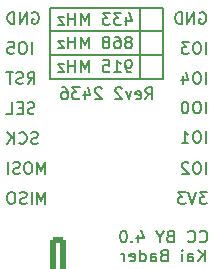
<source format=gbo>
G04 #@! TF.GenerationSoftware,KiCad,Pcbnew,8.0.5-rc1-202409040208~b22948988f~ubuntu24.04.1*
G04 #@! TF.CreationDate,2024-09-06T21:41:45+02:00*
G04 #@! TF.ProjectId,lora-board,6c6f7261-2d62-46f6-9172-642e6b696361,2*
G04 #@! TF.SameCoordinates,Original*
G04 #@! TF.FileFunction,Legend,Bot*
G04 #@! TF.FilePolarity,Positive*
%FSLAX46Y46*%
G04 Gerber Fmt 4.6, Leading zero omitted, Abs format (unit mm)*
G04 Created by KiCad (PCBNEW 8.0.5-rc1-202409040208~b22948988f~ubuntu24.04.1) date 2024-09-06 21:41:45*
%MOMM*%
%LPD*%
G01*
G04 APERTURE LIST*
G04 Aperture macros list*
%AMRoundRect*
0 Rectangle with rounded corners*
0 $1 Rounding radius*
0 $2 $3 $4 $5 $6 $7 $8 $9 X,Y pos of 4 corners*
0 Add a 4 corners polygon primitive as box body*
4,1,4,$2,$3,$4,$5,$6,$7,$8,$9,$2,$3,0*
0 Add four circle primitives for the rounded corners*
1,1,$1+$1,$2,$3*
1,1,$1+$1,$4,$5*
1,1,$1+$1,$6,$7*
1,1,$1+$1,$8,$9*
0 Add four rect primitives between the rounded corners*
20,1,$1+$1,$2,$3,$4,$5,0*
20,1,$1+$1,$4,$5,$6,$7,0*
20,1,$1+$1,$6,$7,$8,$9,0*
20,1,$1+$1,$8,$9,$2,$3,0*%
G04 Aperture macros list end*
%ADD10C,0.200000*%
%ADD11RoundRect,0.250000X-0.425000X-1.600000X0.425000X-1.600000X0.425000X1.600000X-0.425000X1.600000X0*%
%ADD12C,1.700000*%
%ADD13O,1.700000X1.700000*%
G04 APERTURE END LIST*
D10*
X105190000Y-57500000D02*
X114715000Y-57500000D01*
X114715000Y-57500000D02*
X114715000Y-51500000D01*
X105190000Y-55500000D02*
X114715000Y-55500000D01*
X105190000Y-53500000D02*
X114715000Y-53500000D01*
X112810000Y-57500000D02*
X112810000Y-51500000D01*
X105190000Y-51500000D02*
X105190000Y-57500000D01*
X114715000Y-51500000D02*
X105190000Y-51500000D01*
X111928571Y-54380790D02*
X112023809Y-54333171D01*
X112023809Y-54333171D02*
X112071428Y-54285552D01*
X112071428Y-54285552D02*
X112119047Y-54190314D01*
X112119047Y-54190314D02*
X112119047Y-54142695D01*
X112119047Y-54142695D02*
X112071428Y-54047457D01*
X112071428Y-54047457D02*
X112023809Y-53999838D01*
X112023809Y-53999838D02*
X111928571Y-53952219D01*
X111928571Y-53952219D02*
X111738095Y-53952219D01*
X111738095Y-53952219D02*
X111642857Y-53999838D01*
X111642857Y-53999838D02*
X111595238Y-54047457D01*
X111595238Y-54047457D02*
X111547619Y-54142695D01*
X111547619Y-54142695D02*
X111547619Y-54190314D01*
X111547619Y-54190314D02*
X111595238Y-54285552D01*
X111595238Y-54285552D02*
X111642857Y-54333171D01*
X111642857Y-54333171D02*
X111738095Y-54380790D01*
X111738095Y-54380790D02*
X111928571Y-54380790D01*
X111928571Y-54380790D02*
X112023809Y-54428409D01*
X112023809Y-54428409D02*
X112071428Y-54476028D01*
X112071428Y-54476028D02*
X112119047Y-54571266D01*
X112119047Y-54571266D02*
X112119047Y-54761742D01*
X112119047Y-54761742D02*
X112071428Y-54856980D01*
X112071428Y-54856980D02*
X112023809Y-54904600D01*
X112023809Y-54904600D02*
X111928571Y-54952219D01*
X111928571Y-54952219D02*
X111738095Y-54952219D01*
X111738095Y-54952219D02*
X111642857Y-54904600D01*
X111642857Y-54904600D02*
X111595238Y-54856980D01*
X111595238Y-54856980D02*
X111547619Y-54761742D01*
X111547619Y-54761742D02*
X111547619Y-54571266D01*
X111547619Y-54571266D02*
X111595238Y-54476028D01*
X111595238Y-54476028D02*
X111642857Y-54428409D01*
X111642857Y-54428409D02*
X111738095Y-54380790D01*
X110690476Y-53952219D02*
X110880952Y-53952219D01*
X110880952Y-53952219D02*
X110976190Y-53999838D01*
X110976190Y-53999838D02*
X111023809Y-54047457D01*
X111023809Y-54047457D02*
X111119047Y-54190314D01*
X111119047Y-54190314D02*
X111166666Y-54380790D01*
X111166666Y-54380790D02*
X111166666Y-54761742D01*
X111166666Y-54761742D02*
X111119047Y-54856980D01*
X111119047Y-54856980D02*
X111071428Y-54904600D01*
X111071428Y-54904600D02*
X110976190Y-54952219D01*
X110976190Y-54952219D02*
X110785714Y-54952219D01*
X110785714Y-54952219D02*
X110690476Y-54904600D01*
X110690476Y-54904600D02*
X110642857Y-54856980D01*
X110642857Y-54856980D02*
X110595238Y-54761742D01*
X110595238Y-54761742D02*
X110595238Y-54523647D01*
X110595238Y-54523647D02*
X110642857Y-54428409D01*
X110642857Y-54428409D02*
X110690476Y-54380790D01*
X110690476Y-54380790D02*
X110785714Y-54333171D01*
X110785714Y-54333171D02*
X110976190Y-54333171D01*
X110976190Y-54333171D02*
X111071428Y-54380790D01*
X111071428Y-54380790D02*
X111119047Y-54428409D01*
X111119047Y-54428409D02*
X111166666Y-54523647D01*
X110023809Y-54380790D02*
X110119047Y-54333171D01*
X110119047Y-54333171D02*
X110166666Y-54285552D01*
X110166666Y-54285552D02*
X110214285Y-54190314D01*
X110214285Y-54190314D02*
X110214285Y-54142695D01*
X110214285Y-54142695D02*
X110166666Y-54047457D01*
X110166666Y-54047457D02*
X110119047Y-53999838D01*
X110119047Y-53999838D02*
X110023809Y-53952219D01*
X110023809Y-53952219D02*
X109833333Y-53952219D01*
X109833333Y-53952219D02*
X109738095Y-53999838D01*
X109738095Y-53999838D02*
X109690476Y-54047457D01*
X109690476Y-54047457D02*
X109642857Y-54142695D01*
X109642857Y-54142695D02*
X109642857Y-54190314D01*
X109642857Y-54190314D02*
X109690476Y-54285552D01*
X109690476Y-54285552D02*
X109738095Y-54333171D01*
X109738095Y-54333171D02*
X109833333Y-54380790D01*
X109833333Y-54380790D02*
X110023809Y-54380790D01*
X110023809Y-54380790D02*
X110119047Y-54428409D01*
X110119047Y-54428409D02*
X110166666Y-54476028D01*
X110166666Y-54476028D02*
X110214285Y-54571266D01*
X110214285Y-54571266D02*
X110214285Y-54761742D01*
X110214285Y-54761742D02*
X110166666Y-54856980D01*
X110166666Y-54856980D02*
X110119047Y-54904600D01*
X110119047Y-54904600D02*
X110023809Y-54952219D01*
X110023809Y-54952219D02*
X109833333Y-54952219D01*
X109833333Y-54952219D02*
X109738095Y-54904600D01*
X109738095Y-54904600D02*
X109690476Y-54856980D01*
X109690476Y-54856980D02*
X109642857Y-54761742D01*
X109642857Y-54761742D02*
X109642857Y-54571266D01*
X109642857Y-54571266D02*
X109690476Y-54476028D01*
X109690476Y-54476028D02*
X109738095Y-54428409D01*
X109738095Y-54428409D02*
X109833333Y-54380790D01*
X108452380Y-54952219D02*
X108452380Y-53952219D01*
X108452380Y-53952219D02*
X108119047Y-54666504D01*
X108119047Y-54666504D02*
X107785714Y-53952219D01*
X107785714Y-53952219D02*
X107785714Y-54952219D01*
X107309523Y-54952219D02*
X107309523Y-53952219D01*
X107309523Y-54428409D02*
X106738095Y-54428409D01*
X106738095Y-54952219D02*
X106738095Y-53952219D01*
X106357142Y-54285552D02*
X105833333Y-54285552D01*
X105833333Y-54285552D02*
X106357142Y-54952219D01*
X106357142Y-54952219D02*
X105833333Y-54952219D01*
X118380326Y-62952219D02*
X118380326Y-61952219D01*
X117713660Y-61952219D02*
X117523184Y-61952219D01*
X117523184Y-61952219D02*
X117427946Y-61999838D01*
X117427946Y-61999838D02*
X117332708Y-62095076D01*
X117332708Y-62095076D02*
X117285089Y-62285552D01*
X117285089Y-62285552D02*
X117285089Y-62618885D01*
X117285089Y-62618885D02*
X117332708Y-62809361D01*
X117332708Y-62809361D02*
X117427946Y-62904600D01*
X117427946Y-62904600D02*
X117523184Y-62952219D01*
X117523184Y-62952219D02*
X117713660Y-62952219D01*
X117713660Y-62952219D02*
X117808898Y-62904600D01*
X117808898Y-62904600D02*
X117904136Y-62809361D01*
X117904136Y-62809361D02*
X117951755Y-62618885D01*
X117951755Y-62618885D02*
X117951755Y-62285552D01*
X117951755Y-62285552D02*
X117904136Y-62095076D01*
X117904136Y-62095076D02*
X117808898Y-61999838D01*
X117808898Y-61999838D02*
X117713660Y-61952219D01*
X116332708Y-62952219D02*
X116904136Y-62952219D01*
X116618422Y-62952219D02*
X116618422Y-61952219D01*
X116618422Y-61952219D02*
X116713660Y-62095076D01*
X116713660Y-62095076D02*
X116808898Y-62190314D01*
X116808898Y-62190314D02*
X116904136Y-62237933D01*
X118380326Y-57952219D02*
X118380326Y-56952219D01*
X117713660Y-56952219D02*
X117523184Y-56952219D01*
X117523184Y-56952219D02*
X117427946Y-56999838D01*
X117427946Y-56999838D02*
X117332708Y-57095076D01*
X117332708Y-57095076D02*
X117285089Y-57285552D01*
X117285089Y-57285552D02*
X117285089Y-57618885D01*
X117285089Y-57618885D02*
X117332708Y-57809361D01*
X117332708Y-57809361D02*
X117427946Y-57904600D01*
X117427946Y-57904600D02*
X117523184Y-57952219D01*
X117523184Y-57952219D02*
X117713660Y-57952219D01*
X117713660Y-57952219D02*
X117808898Y-57904600D01*
X117808898Y-57904600D02*
X117904136Y-57809361D01*
X117904136Y-57809361D02*
X117951755Y-57618885D01*
X117951755Y-57618885D02*
X117951755Y-57285552D01*
X117951755Y-57285552D02*
X117904136Y-57095076D01*
X117904136Y-57095076D02*
X117808898Y-56999838D01*
X117808898Y-56999838D02*
X117713660Y-56952219D01*
X116427946Y-57285552D02*
X116427946Y-57952219D01*
X116666041Y-56904600D02*
X116904136Y-57618885D01*
X116904136Y-57618885D02*
X116285089Y-57618885D01*
X118380326Y-55412219D02*
X118380326Y-54412219D01*
X117713660Y-54412219D02*
X117523184Y-54412219D01*
X117523184Y-54412219D02*
X117427946Y-54459838D01*
X117427946Y-54459838D02*
X117332708Y-54555076D01*
X117332708Y-54555076D02*
X117285089Y-54745552D01*
X117285089Y-54745552D02*
X117285089Y-55078885D01*
X117285089Y-55078885D02*
X117332708Y-55269361D01*
X117332708Y-55269361D02*
X117427946Y-55364600D01*
X117427946Y-55364600D02*
X117523184Y-55412219D01*
X117523184Y-55412219D02*
X117713660Y-55412219D01*
X117713660Y-55412219D02*
X117808898Y-55364600D01*
X117808898Y-55364600D02*
X117904136Y-55269361D01*
X117904136Y-55269361D02*
X117951755Y-55078885D01*
X117951755Y-55078885D02*
X117951755Y-54745552D01*
X117951755Y-54745552D02*
X117904136Y-54555076D01*
X117904136Y-54555076D02*
X117808898Y-54459838D01*
X117808898Y-54459838D02*
X117713660Y-54412219D01*
X116951755Y-54412219D02*
X116332708Y-54412219D01*
X116332708Y-54412219D02*
X116666041Y-54793171D01*
X116666041Y-54793171D02*
X116523184Y-54793171D01*
X116523184Y-54793171D02*
X116427946Y-54840790D01*
X116427946Y-54840790D02*
X116380327Y-54888409D01*
X116380327Y-54888409D02*
X116332708Y-54983647D01*
X116332708Y-54983647D02*
X116332708Y-55221742D01*
X116332708Y-55221742D02*
X116380327Y-55316980D01*
X116380327Y-55316980D02*
X116427946Y-55364600D01*
X116427946Y-55364600D02*
X116523184Y-55412219D01*
X116523184Y-55412219D02*
X116808898Y-55412219D01*
X116808898Y-55412219D02*
X116904136Y-55364600D01*
X116904136Y-55364600D02*
X116951755Y-55316980D01*
X104143482Y-62984600D02*
X104000625Y-63032219D01*
X104000625Y-63032219D02*
X103762530Y-63032219D01*
X103762530Y-63032219D02*
X103667292Y-62984600D01*
X103667292Y-62984600D02*
X103619673Y-62936980D01*
X103619673Y-62936980D02*
X103572054Y-62841742D01*
X103572054Y-62841742D02*
X103572054Y-62746504D01*
X103572054Y-62746504D02*
X103619673Y-62651266D01*
X103619673Y-62651266D02*
X103667292Y-62603647D01*
X103667292Y-62603647D02*
X103762530Y-62556028D01*
X103762530Y-62556028D02*
X103953006Y-62508409D01*
X103953006Y-62508409D02*
X104048244Y-62460790D01*
X104048244Y-62460790D02*
X104095863Y-62413171D01*
X104095863Y-62413171D02*
X104143482Y-62317933D01*
X104143482Y-62317933D02*
X104143482Y-62222695D01*
X104143482Y-62222695D02*
X104095863Y-62127457D01*
X104095863Y-62127457D02*
X104048244Y-62079838D01*
X104048244Y-62079838D02*
X103953006Y-62032219D01*
X103953006Y-62032219D02*
X103714911Y-62032219D01*
X103714911Y-62032219D02*
X103572054Y-62079838D01*
X102572054Y-62936980D02*
X102619673Y-62984600D01*
X102619673Y-62984600D02*
X102762530Y-63032219D01*
X102762530Y-63032219D02*
X102857768Y-63032219D01*
X102857768Y-63032219D02*
X103000625Y-62984600D01*
X103000625Y-62984600D02*
X103095863Y-62889361D01*
X103095863Y-62889361D02*
X103143482Y-62794123D01*
X103143482Y-62794123D02*
X103191101Y-62603647D01*
X103191101Y-62603647D02*
X103191101Y-62460790D01*
X103191101Y-62460790D02*
X103143482Y-62270314D01*
X103143482Y-62270314D02*
X103095863Y-62175076D01*
X103095863Y-62175076D02*
X103000625Y-62079838D01*
X103000625Y-62079838D02*
X102857768Y-62032219D01*
X102857768Y-62032219D02*
X102762530Y-62032219D01*
X102762530Y-62032219D02*
X102619673Y-62079838D01*
X102619673Y-62079838D02*
X102572054Y-62127457D01*
X102143482Y-63032219D02*
X102143482Y-62032219D01*
X101572054Y-63032219D02*
X102000625Y-62460790D01*
X101572054Y-62032219D02*
X102143482Y-62603647D01*
X112023809Y-56952219D02*
X111833333Y-56952219D01*
X111833333Y-56952219D02*
X111738095Y-56904600D01*
X111738095Y-56904600D02*
X111690476Y-56856980D01*
X111690476Y-56856980D02*
X111595238Y-56714123D01*
X111595238Y-56714123D02*
X111547619Y-56523647D01*
X111547619Y-56523647D02*
X111547619Y-56142695D01*
X111547619Y-56142695D02*
X111595238Y-56047457D01*
X111595238Y-56047457D02*
X111642857Y-55999838D01*
X111642857Y-55999838D02*
X111738095Y-55952219D01*
X111738095Y-55952219D02*
X111928571Y-55952219D01*
X111928571Y-55952219D02*
X112023809Y-55999838D01*
X112023809Y-55999838D02*
X112071428Y-56047457D01*
X112071428Y-56047457D02*
X112119047Y-56142695D01*
X112119047Y-56142695D02*
X112119047Y-56380790D01*
X112119047Y-56380790D02*
X112071428Y-56476028D01*
X112071428Y-56476028D02*
X112023809Y-56523647D01*
X112023809Y-56523647D02*
X111928571Y-56571266D01*
X111928571Y-56571266D02*
X111738095Y-56571266D01*
X111738095Y-56571266D02*
X111642857Y-56523647D01*
X111642857Y-56523647D02*
X111595238Y-56476028D01*
X111595238Y-56476028D02*
X111547619Y-56380790D01*
X110595238Y-56952219D02*
X111166666Y-56952219D01*
X110880952Y-56952219D02*
X110880952Y-55952219D01*
X110880952Y-55952219D02*
X110976190Y-56095076D01*
X110976190Y-56095076D02*
X111071428Y-56190314D01*
X111071428Y-56190314D02*
X111166666Y-56237933D01*
X109690476Y-55952219D02*
X110166666Y-55952219D01*
X110166666Y-55952219D02*
X110214285Y-56428409D01*
X110214285Y-56428409D02*
X110166666Y-56380790D01*
X110166666Y-56380790D02*
X110071428Y-56333171D01*
X110071428Y-56333171D02*
X109833333Y-56333171D01*
X109833333Y-56333171D02*
X109738095Y-56380790D01*
X109738095Y-56380790D02*
X109690476Y-56428409D01*
X109690476Y-56428409D02*
X109642857Y-56523647D01*
X109642857Y-56523647D02*
X109642857Y-56761742D01*
X109642857Y-56761742D02*
X109690476Y-56856980D01*
X109690476Y-56856980D02*
X109738095Y-56904600D01*
X109738095Y-56904600D02*
X109833333Y-56952219D01*
X109833333Y-56952219D02*
X110071428Y-56952219D01*
X110071428Y-56952219D02*
X110166666Y-56904600D01*
X110166666Y-56904600D02*
X110214285Y-56856980D01*
X108452380Y-56952219D02*
X108452380Y-55952219D01*
X108452380Y-55952219D02*
X108119047Y-56666504D01*
X108119047Y-56666504D02*
X107785714Y-55952219D01*
X107785714Y-55952219D02*
X107785714Y-56952219D01*
X107309523Y-56952219D02*
X107309523Y-55952219D01*
X107309523Y-56428409D02*
X106738095Y-56428409D01*
X106738095Y-56952219D02*
X106738095Y-55952219D01*
X106357142Y-56285552D02*
X105833333Y-56285552D01*
X105833333Y-56285552D02*
X106357142Y-56952219D01*
X106357142Y-56952219D02*
X105833333Y-56952219D01*
X103857768Y-60444600D02*
X103714911Y-60492219D01*
X103714911Y-60492219D02*
X103476816Y-60492219D01*
X103476816Y-60492219D02*
X103381578Y-60444600D01*
X103381578Y-60444600D02*
X103333959Y-60396980D01*
X103333959Y-60396980D02*
X103286340Y-60301742D01*
X103286340Y-60301742D02*
X103286340Y-60206504D01*
X103286340Y-60206504D02*
X103333959Y-60111266D01*
X103333959Y-60111266D02*
X103381578Y-60063647D01*
X103381578Y-60063647D02*
X103476816Y-60016028D01*
X103476816Y-60016028D02*
X103667292Y-59968409D01*
X103667292Y-59968409D02*
X103762530Y-59920790D01*
X103762530Y-59920790D02*
X103810149Y-59873171D01*
X103810149Y-59873171D02*
X103857768Y-59777933D01*
X103857768Y-59777933D02*
X103857768Y-59682695D01*
X103857768Y-59682695D02*
X103810149Y-59587457D01*
X103810149Y-59587457D02*
X103762530Y-59539838D01*
X103762530Y-59539838D02*
X103667292Y-59492219D01*
X103667292Y-59492219D02*
X103429197Y-59492219D01*
X103429197Y-59492219D02*
X103286340Y-59539838D01*
X102857768Y-59968409D02*
X102524435Y-59968409D01*
X102381578Y-60492219D02*
X102857768Y-60492219D01*
X102857768Y-60492219D02*
X102857768Y-59492219D01*
X102857768Y-59492219D02*
X102381578Y-59492219D01*
X101476816Y-60492219D02*
X101953006Y-60492219D01*
X101953006Y-60492219D02*
X101953006Y-59492219D01*
X111642857Y-52285552D02*
X111642857Y-52952219D01*
X111880952Y-51904600D02*
X112119047Y-52618885D01*
X112119047Y-52618885D02*
X111500000Y-52618885D01*
X111214285Y-51952219D02*
X110595238Y-51952219D01*
X110595238Y-51952219D02*
X110928571Y-52333171D01*
X110928571Y-52333171D02*
X110785714Y-52333171D01*
X110785714Y-52333171D02*
X110690476Y-52380790D01*
X110690476Y-52380790D02*
X110642857Y-52428409D01*
X110642857Y-52428409D02*
X110595238Y-52523647D01*
X110595238Y-52523647D02*
X110595238Y-52761742D01*
X110595238Y-52761742D02*
X110642857Y-52856980D01*
X110642857Y-52856980D02*
X110690476Y-52904600D01*
X110690476Y-52904600D02*
X110785714Y-52952219D01*
X110785714Y-52952219D02*
X111071428Y-52952219D01*
X111071428Y-52952219D02*
X111166666Y-52904600D01*
X111166666Y-52904600D02*
X111214285Y-52856980D01*
X110261904Y-51952219D02*
X109642857Y-51952219D01*
X109642857Y-51952219D02*
X109976190Y-52333171D01*
X109976190Y-52333171D02*
X109833333Y-52333171D01*
X109833333Y-52333171D02*
X109738095Y-52380790D01*
X109738095Y-52380790D02*
X109690476Y-52428409D01*
X109690476Y-52428409D02*
X109642857Y-52523647D01*
X109642857Y-52523647D02*
X109642857Y-52761742D01*
X109642857Y-52761742D02*
X109690476Y-52856980D01*
X109690476Y-52856980D02*
X109738095Y-52904600D01*
X109738095Y-52904600D02*
X109833333Y-52952219D01*
X109833333Y-52952219D02*
X110119047Y-52952219D01*
X110119047Y-52952219D02*
X110214285Y-52904600D01*
X110214285Y-52904600D02*
X110261904Y-52856980D01*
X108452380Y-52952219D02*
X108452380Y-51952219D01*
X108452380Y-51952219D02*
X108119047Y-52666504D01*
X108119047Y-52666504D02*
X107785714Y-51952219D01*
X107785714Y-51952219D02*
X107785714Y-52952219D01*
X107309523Y-52952219D02*
X107309523Y-51952219D01*
X107309523Y-52428409D02*
X106738095Y-52428409D01*
X106738095Y-52952219D02*
X106738095Y-51952219D01*
X106357142Y-52285552D02*
X105833333Y-52285552D01*
X105833333Y-52285552D02*
X106357142Y-52952219D01*
X106357142Y-52952219D02*
X105833333Y-52952219D01*
X118475564Y-67112219D02*
X117856517Y-67112219D01*
X117856517Y-67112219D02*
X118189850Y-67493171D01*
X118189850Y-67493171D02*
X118046993Y-67493171D01*
X118046993Y-67493171D02*
X117951755Y-67540790D01*
X117951755Y-67540790D02*
X117904136Y-67588409D01*
X117904136Y-67588409D02*
X117856517Y-67683647D01*
X117856517Y-67683647D02*
X117856517Y-67921742D01*
X117856517Y-67921742D02*
X117904136Y-68016980D01*
X117904136Y-68016980D02*
X117951755Y-68064600D01*
X117951755Y-68064600D02*
X118046993Y-68112219D01*
X118046993Y-68112219D02*
X118332707Y-68112219D01*
X118332707Y-68112219D02*
X118427945Y-68064600D01*
X118427945Y-68064600D02*
X118475564Y-68016980D01*
X117570802Y-67112219D02*
X117237469Y-68112219D01*
X117237469Y-68112219D02*
X116904136Y-67112219D01*
X116666040Y-67112219D02*
X116046993Y-67112219D01*
X116046993Y-67112219D02*
X116380326Y-67493171D01*
X116380326Y-67493171D02*
X116237469Y-67493171D01*
X116237469Y-67493171D02*
X116142231Y-67540790D01*
X116142231Y-67540790D02*
X116094612Y-67588409D01*
X116094612Y-67588409D02*
X116046993Y-67683647D01*
X116046993Y-67683647D02*
X116046993Y-67921742D01*
X116046993Y-67921742D02*
X116094612Y-68016980D01*
X116094612Y-68016980D02*
X116142231Y-68064600D01*
X116142231Y-68064600D02*
X116237469Y-68112219D01*
X116237469Y-68112219D02*
X116523183Y-68112219D01*
X116523183Y-68112219D02*
X116618421Y-68064600D01*
X116618421Y-68064600D02*
X116666040Y-68016980D01*
X118380326Y-65572219D02*
X118380326Y-64572219D01*
X117713660Y-64572219D02*
X117523184Y-64572219D01*
X117523184Y-64572219D02*
X117427946Y-64619838D01*
X117427946Y-64619838D02*
X117332708Y-64715076D01*
X117332708Y-64715076D02*
X117285089Y-64905552D01*
X117285089Y-64905552D02*
X117285089Y-65238885D01*
X117285089Y-65238885D02*
X117332708Y-65429361D01*
X117332708Y-65429361D02*
X117427946Y-65524600D01*
X117427946Y-65524600D02*
X117523184Y-65572219D01*
X117523184Y-65572219D02*
X117713660Y-65572219D01*
X117713660Y-65572219D02*
X117808898Y-65524600D01*
X117808898Y-65524600D02*
X117904136Y-65429361D01*
X117904136Y-65429361D02*
X117951755Y-65238885D01*
X117951755Y-65238885D02*
X117951755Y-64905552D01*
X117951755Y-64905552D02*
X117904136Y-64715076D01*
X117904136Y-64715076D02*
X117808898Y-64619838D01*
X117808898Y-64619838D02*
X117713660Y-64572219D01*
X116904136Y-64667457D02*
X116856517Y-64619838D01*
X116856517Y-64619838D02*
X116761279Y-64572219D01*
X116761279Y-64572219D02*
X116523184Y-64572219D01*
X116523184Y-64572219D02*
X116427946Y-64619838D01*
X116427946Y-64619838D02*
X116380327Y-64667457D01*
X116380327Y-64667457D02*
X116332708Y-64762695D01*
X116332708Y-64762695D02*
X116332708Y-64857933D01*
X116332708Y-64857933D02*
X116380327Y-65000790D01*
X116380327Y-65000790D02*
X116951755Y-65572219D01*
X116951755Y-65572219D02*
X116332708Y-65572219D01*
X103286340Y-57952219D02*
X103619673Y-57476028D01*
X103857768Y-57952219D02*
X103857768Y-56952219D01*
X103857768Y-56952219D02*
X103476816Y-56952219D01*
X103476816Y-56952219D02*
X103381578Y-56999838D01*
X103381578Y-56999838D02*
X103333959Y-57047457D01*
X103333959Y-57047457D02*
X103286340Y-57142695D01*
X103286340Y-57142695D02*
X103286340Y-57285552D01*
X103286340Y-57285552D02*
X103333959Y-57380790D01*
X103333959Y-57380790D02*
X103381578Y-57428409D01*
X103381578Y-57428409D02*
X103476816Y-57476028D01*
X103476816Y-57476028D02*
X103857768Y-57476028D01*
X102905387Y-57904600D02*
X102762530Y-57952219D01*
X102762530Y-57952219D02*
X102524435Y-57952219D01*
X102524435Y-57952219D02*
X102429197Y-57904600D01*
X102429197Y-57904600D02*
X102381578Y-57856980D01*
X102381578Y-57856980D02*
X102333959Y-57761742D01*
X102333959Y-57761742D02*
X102333959Y-57666504D01*
X102333959Y-57666504D02*
X102381578Y-57571266D01*
X102381578Y-57571266D02*
X102429197Y-57523647D01*
X102429197Y-57523647D02*
X102524435Y-57476028D01*
X102524435Y-57476028D02*
X102714911Y-57428409D01*
X102714911Y-57428409D02*
X102810149Y-57380790D01*
X102810149Y-57380790D02*
X102857768Y-57333171D01*
X102857768Y-57333171D02*
X102905387Y-57237933D01*
X102905387Y-57237933D02*
X102905387Y-57142695D01*
X102905387Y-57142695D02*
X102857768Y-57047457D01*
X102857768Y-57047457D02*
X102810149Y-56999838D01*
X102810149Y-56999838D02*
X102714911Y-56952219D01*
X102714911Y-56952219D02*
X102476816Y-56952219D01*
X102476816Y-56952219D02*
X102333959Y-56999838D01*
X102048244Y-56952219D02*
X101476816Y-56952219D01*
X101762530Y-57952219D02*
X101762530Y-56952219D01*
X113261905Y-59252219D02*
X113595238Y-58776028D01*
X113833333Y-59252219D02*
X113833333Y-58252219D01*
X113833333Y-58252219D02*
X113452381Y-58252219D01*
X113452381Y-58252219D02*
X113357143Y-58299838D01*
X113357143Y-58299838D02*
X113309524Y-58347457D01*
X113309524Y-58347457D02*
X113261905Y-58442695D01*
X113261905Y-58442695D02*
X113261905Y-58585552D01*
X113261905Y-58585552D02*
X113309524Y-58680790D01*
X113309524Y-58680790D02*
X113357143Y-58728409D01*
X113357143Y-58728409D02*
X113452381Y-58776028D01*
X113452381Y-58776028D02*
X113833333Y-58776028D01*
X112452381Y-59204600D02*
X112547619Y-59252219D01*
X112547619Y-59252219D02*
X112738095Y-59252219D01*
X112738095Y-59252219D02*
X112833333Y-59204600D01*
X112833333Y-59204600D02*
X112880952Y-59109361D01*
X112880952Y-59109361D02*
X112880952Y-58728409D01*
X112880952Y-58728409D02*
X112833333Y-58633171D01*
X112833333Y-58633171D02*
X112738095Y-58585552D01*
X112738095Y-58585552D02*
X112547619Y-58585552D01*
X112547619Y-58585552D02*
X112452381Y-58633171D01*
X112452381Y-58633171D02*
X112404762Y-58728409D01*
X112404762Y-58728409D02*
X112404762Y-58823647D01*
X112404762Y-58823647D02*
X112880952Y-58918885D01*
X112071428Y-58585552D02*
X111833333Y-59252219D01*
X111833333Y-59252219D02*
X111595238Y-58585552D01*
X111261904Y-58347457D02*
X111214285Y-58299838D01*
X111214285Y-58299838D02*
X111119047Y-58252219D01*
X111119047Y-58252219D02*
X110880952Y-58252219D01*
X110880952Y-58252219D02*
X110785714Y-58299838D01*
X110785714Y-58299838D02*
X110738095Y-58347457D01*
X110738095Y-58347457D02*
X110690476Y-58442695D01*
X110690476Y-58442695D02*
X110690476Y-58537933D01*
X110690476Y-58537933D02*
X110738095Y-58680790D01*
X110738095Y-58680790D02*
X111309523Y-59252219D01*
X111309523Y-59252219D02*
X110690476Y-59252219D01*
X109547618Y-58347457D02*
X109499999Y-58299838D01*
X109499999Y-58299838D02*
X109404761Y-58252219D01*
X109404761Y-58252219D02*
X109166666Y-58252219D01*
X109166666Y-58252219D02*
X109071428Y-58299838D01*
X109071428Y-58299838D02*
X109023809Y-58347457D01*
X109023809Y-58347457D02*
X108976190Y-58442695D01*
X108976190Y-58442695D02*
X108976190Y-58537933D01*
X108976190Y-58537933D02*
X109023809Y-58680790D01*
X109023809Y-58680790D02*
X109595237Y-59252219D01*
X109595237Y-59252219D02*
X108976190Y-59252219D01*
X108119047Y-58585552D02*
X108119047Y-59252219D01*
X108357142Y-58204600D02*
X108595237Y-58918885D01*
X108595237Y-58918885D02*
X107976190Y-58918885D01*
X107690475Y-58252219D02*
X107071428Y-58252219D01*
X107071428Y-58252219D02*
X107404761Y-58633171D01*
X107404761Y-58633171D02*
X107261904Y-58633171D01*
X107261904Y-58633171D02*
X107166666Y-58680790D01*
X107166666Y-58680790D02*
X107119047Y-58728409D01*
X107119047Y-58728409D02*
X107071428Y-58823647D01*
X107071428Y-58823647D02*
X107071428Y-59061742D01*
X107071428Y-59061742D02*
X107119047Y-59156980D01*
X107119047Y-59156980D02*
X107166666Y-59204600D01*
X107166666Y-59204600D02*
X107261904Y-59252219D01*
X107261904Y-59252219D02*
X107547618Y-59252219D01*
X107547618Y-59252219D02*
X107642856Y-59204600D01*
X107642856Y-59204600D02*
X107690475Y-59156980D01*
X106214285Y-58252219D02*
X106404761Y-58252219D01*
X106404761Y-58252219D02*
X106499999Y-58299838D01*
X106499999Y-58299838D02*
X106547618Y-58347457D01*
X106547618Y-58347457D02*
X106642856Y-58490314D01*
X106642856Y-58490314D02*
X106690475Y-58680790D01*
X106690475Y-58680790D02*
X106690475Y-59061742D01*
X106690475Y-59061742D02*
X106642856Y-59156980D01*
X106642856Y-59156980D02*
X106595237Y-59204600D01*
X106595237Y-59204600D02*
X106499999Y-59252219D01*
X106499999Y-59252219D02*
X106309523Y-59252219D01*
X106309523Y-59252219D02*
X106214285Y-59204600D01*
X106214285Y-59204600D02*
X106166666Y-59156980D01*
X106166666Y-59156980D02*
X106119047Y-59061742D01*
X106119047Y-59061742D02*
X106119047Y-58823647D01*
X106119047Y-58823647D02*
X106166666Y-58728409D01*
X106166666Y-58728409D02*
X106214285Y-58680790D01*
X106214285Y-58680790D02*
X106309523Y-58633171D01*
X106309523Y-58633171D02*
X106499999Y-58633171D01*
X106499999Y-58633171D02*
X106595237Y-58680790D01*
X106595237Y-58680790D02*
X106642856Y-58728409D01*
X106642856Y-58728409D02*
X106690475Y-58823647D01*
X104762529Y-65572219D02*
X104762529Y-64572219D01*
X104762529Y-64572219D02*
X104429196Y-65286504D01*
X104429196Y-65286504D02*
X104095863Y-64572219D01*
X104095863Y-64572219D02*
X104095863Y-65572219D01*
X103429196Y-64572219D02*
X103238720Y-64572219D01*
X103238720Y-64572219D02*
X103143482Y-64619838D01*
X103143482Y-64619838D02*
X103048244Y-64715076D01*
X103048244Y-64715076D02*
X103000625Y-64905552D01*
X103000625Y-64905552D02*
X103000625Y-65238885D01*
X103000625Y-65238885D02*
X103048244Y-65429361D01*
X103048244Y-65429361D02*
X103143482Y-65524600D01*
X103143482Y-65524600D02*
X103238720Y-65572219D01*
X103238720Y-65572219D02*
X103429196Y-65572219D01*
X103429196Y-65572219D02*
X103524434Y-65524600D01*
X103524434Y-65524600D02*
X103619672Y-65429361D01*
X103619672Y-65429361D02*
X103667291Y-65238885D01*
X103667291Y-65238885D02*
X103667291Y-64905552D01*
X103667291Y-64905552D02*
X103619672Y-64715076D01*
X103619672Y-64715076D02*
X103524434Y-64619838D01*
X103524434Y-64619838D02*
X103429196Y-64572219D01*
X102619672Y-65524600D02*
X102476815Y-65572219D01*
X102476815Y-65572219D02*
X102238720Y-65572219D01*
X102238720Y-65572219D02*
X102143482Y-65524600D01*
X102143482Y-65524600D02*
X102095863Y-65476980D01*
X102095863Y-65476980D02*
X102048244Y-65381742D01*
X102048244Y-65381742D02*
X102048244Y-65286504D01*
X102048244Y-65286504D02*
X102095863Y-65191266D01*
X102095863Y-65191266D02*
X102143482Y-65143647D01*
X102143482Y-65143647D02*
X102238720Y-65096028D01*
X102238720Y-65096028D02*
X102429196Y-65048409D01*
X102429196Y-65048409D02*
X102524434Y-65000790D01*
X102524434Y-65000790D02*
X102572053Y-64953171D01*
X102572053Y-64953171D02*
X102619672Y-64857933D01*
X102619672Y-64857933D02*
X102619672Y-64762695D01*
X102619672Y-64762695D02*
X102572053Y-64667457D01*
X102572053Y-64667457D02*
X102524434Y-64619838D01*
X102524434Y-64619838D02*
X102429196Y-64572219D01*
X102429196Y-64572219D02*
X102191101Y-64572219D01*
X102191101Y-64572219D02*
X102048244Y-64619838D01*
X101619672Y-65572219D02*
X101619672Y-64572219D01*
X118380326Y-60452219D02*
X118380326Y-59452219D01*
X117713660Y-59452219D02*
X117523184Y-59452219D01*
X117523184Y-59452219D02*
X117427946Y-59499838D01*
X117427946Y-59499838D02*
X117332708Y-59595076D01*
X117332708Y-59595076D02*
X117285089Y-59785552D01*
X117285089Y-59785552D02*
X117285089Y-60118885D01*
X117285089Y-60118885D02*
X117332708Y-60309361D01*
X117332708Y-60309361D02*
X117427946Y-60404600D01*
X117427946Y-60404600D02*
X117523184Y-60452219D01*
X117523184Y-60452219D02*
X117713660Y-60452219D01*
X117713660Y-60452219D02*
X117808898Y-60404600D01*
X117808898Y-60404600D02*
X117904136Y-60309361D01*
X117904136Y-60309361D02*
X117951755Y-60118885D01*
X117951755Y-60118885D02*
X117951755Y-59785552D01*
X117951755Y-59785552D02*
X117904136Y-59595076D01*
X117904136Y-59595076D02*
X117808898Y-59499838D01*
X117808898Y-59499838D02*
X117713660Y-59452219D01*
X116666041Y-59452219D02*
X116570803Y-59452219D01*
X116570803Y-59452219D02*
X116475565Y-59499838D01*
X116475565Y-59499838D02*
X116427946Y-59547457D01*
X116427946Y-59547457D02*
X116380327Y-59642695D01*
X116380327Y-59642695D02*
X116332708Y-59833171D01*
X116332708Y-59833171D02*
X116332708Y-60071266D01*
X116332708Y-60071266D02*
X116380327Y-60261742D01*
X116380327Y-60261742D02*
X116427946Y-60356980D01*
X116427946Y-60356980D02*
X116475565Y-60404600D01*
X116475565Y-60404600D02*
X116570803Y-60452219D01*
X116570803Y-60452219D02*
X116666041Y-60452219D01*
X116666041Y-60452219D02*
X116761279Y-60404600D01*
X116761279Y-60404600D02*
X116808898Y-60356980D01*
X116808898Y-60356980D02*
X116856517Y-60261742D01*
X116856517Y-60261742D02*
X116904136Y-60071266D01*
X116904136Y-60071266D02*
X116904136Y-59833171D01*
X116904136Y-59833171D02*
X116856517Y-59642695D01*
X116856517Y-59642695D02*
X116808898Y-59547457D01*
X116808898Y-59547457D02*
X116761279Y-59499838D01*
X116761279Y-59499838D02*
X116666041Y-59452219D01*
X117871428Y-71277008D02*
X117919047Y-71324628D01*
X117919047Y-71324628D02*
X118061904Y-71372247D01*
X118061904Y-71372247D02*
X118157142Y-71372247D01*
X118157142Y-71372247D02*
X118299999Y-71324628D01*
X118299999Y-71324628D02*
X118395237Y-71229389D01*
X118395237Y-71229389D02*
X118442856Y-71134151D01*
X118442856Y-71134151D02*
X118490475Y-70943675D01*
X118490475Y-70943675D02*
X118490475Y-70800818D01*
X118490475Y-70800818D02*
X118442856Y-70610342D01*
X118442856Y-70610342D02*
X118395237Y-70515104D01*
X118395237Y-70515104D02*
X118299999Y-70419866D01*
X118299999Y-70419866D02*
X118157142Y-70372247D01*
X118157142Y-70372247D02*
X118061904Y-70372247D01*
X118061904Y-70372247D02*
X117919047Y-70419866D01*
X117919047Y-70419866D02*
X117871428Y-70467485D01*
X116871428Y-71277008D02*
X116919047Y-71324628D01*
X116919047Y-71324628D02*
X117061904Y-71372247D01*
X117061904Y-71372247D02*
X117157142Y-71372247D01*
X117157142Y-71372247D02*
X117299999Y-71324628D01*
X117299999Y-71324628D02*
X117395237Y-71229389D01*
X117395237Y-71229389D02*
X117442856Y-71134151D01*
X117442856Y-71134151D02*
X117490475Y-70943675D01*
X117490475Y-70943675D02*
X117490475Y-70800818D01*
X117490475Y-70800818D02*
X117442856Y-70610342D01*
X117442856Y-70610342D02*
X117395237Y-70515104D01*
X117395237Y-70515104D02*
X117299999Y-70419866D01*
X117299999Y-70419866D02*
X117157142Y-70372247D01*
X117157142Y-70372247D02*
X117061904Y-70372247D01*
X117061904Y-70372247D02*
X116919047Y-70419866D01*
X116919047Y-70419866D02*
X116871428Y-70467485D01*
X115347618Y-70848437D02*
X115204761Y-70896056D01*
X115204761Y-70896056D02*
X115157142Y-70943675D01*
X115157142Y-70943675D02*
X115109523Y-71038913D01*
X115109523Y-71038913D02*
X115109523Y-71181770D01*
X115109523Y-71181770D02*
X115157142Y-71277008D01*
X115157142Y-71277008D02*
X115204761Y-71324628D01*
X115204761Y-71324628D02*
X115299999Y-71372247D01*
X115299999Y-71372247D02*
X115680951Y-71372247D01*
X115680951Y-71372247D02*
X115680951Y-70372247D01*
X115680951Y-70372247D02*
X115347618Y-70372247D01*
X115347618Y-70372247D02*
X115252380Y-70419866D01*
X115252380Y-70419866D02*
X115204761Y-70467485D01*
X115204761Y-70467485D02*
X115157142Y-70562723D01*
X115157142Y-70562723D02*
X115157142Y-70657961D01*
X115157142Y-70657961D02*
X115204761Y-70753199D01*
X115204761Y-70753199D02*
X115252380Y-70800818D01*
X115252380Y-70800818D02*
X115347618Y-70848437D01*
X115347618Y-70848437D02*
X115680951Y-70848437D01*
X114490475Y-70896056D02*
X114490475Y-71372247D01*
X114823808Y-70372247D02*
X114490475Y-70896056D01*
X114490475Y-70896056D02*
X114157142Y-70372247D01*
X112633332Y-70705580D02*
X112633332Y-71372247D01*
X112871427Y-70324628D02*
X113109522Y-71038913D01*
X113109522Y-71038913D02*
X112490475Y-71038913D01*
X112109522Y-71277008D02*
X112061903Y-71324628D01*
X112061903Y-71324628D02*
X112109522Y-71372247D01*
X112109522Y-71372247D02*
X112157141Y-71324628D01*
X112157141Y-71324628D02*
X112109522Y-71277008D01*
X112109522Y-71277008D02*
X112109522Y-71372247D01*
X111442856Y-70372247D02*
X111347618Y-70372247D01*
X111347618Y-70372247D02*
X111252380Y-70419866D01*
X111252380Y-70419866D02*
X111204761Y-70467485D01*
X111204761Y-70467485D02*
X111157142Y-70562723D01*
X111157142Y-70562723D02*
X111109523Y-70753199D01*
X111109523Y-70753199D02*
X111109523Y-70991294D01*
X111109523Y-70991294D02*
X111157142Y-71181770D01*
X111157142Y-71181770D02*
X111204761Y-71277008D01*
X111204761Y-71277008D02*
X111252380Y-71324628D01*
X111252380Y-71324628D02*
X111347618Y-71372247D01*
X111347618Y-71372247D02*
X111442856Y-71372247D01*
X111442856Y-71372247D02*
X111538094Y-71324628D01*
X111538094Y-71324628D02*
X111585713Y-71277008D01*
X111585713Y-71277008D02*
X111633332Y-71181770D01*
X111633332Y-71181770D02*
X111680951Y-70991294D01*
X111680951Y-70991294D02*
X111680951Y-70753199D01*
X111680951Y-70753199D02*
X111633332Y-70562723D01*
X111633332Y-70562723D02*
X111585713Y-70467485D01*
X111585713Y-70467485D02*
X111538094Y-70419866D01*
X111538094Y-70419866D02*
X111442856Y-70372247D01*
X118276190Y-72982191D02*
X118276190Y-71982191D01*
X117704762Y-72982191D02*
X118133333Y-72410762D01*
X117704762Y-71982191D02*
X118276190Y-72553619D01*
X116847619Y-72982191D02*
X116847619Y-72458381D01*
X116847619Y-72458381D02*
X116895238Y-72363143D01*
X116895238Y-72363143D02*
X116990476Y-72315524D01*
X116990476Y-72315524D02*
X117180952Y-72315524D01*
X117180952Y-72315524D02*
X117276190Y-72363143D01*
X116847619Y-72934572D02*
X116942857Y-72982191D01*
X116942857Y-72982191D02*
X117180952Y-72982191D01*
X117180952Y-72982191D02*
X117276190Y-72934572D01*
X117276190Y-72934572D02*
X117323809Y-72839333D01*
X117323809Y-72839333D02*
X117323809Y-72744095D01*
X117323809Y-72744095D02*
X117276190Y-72648857D01*
X117276190Y-72648857D02*
X117180952Y-72601238D01*
X117180952Y-72601238D02*
X116942857Y-72601238D01*
X116942857Y-72601238D02*
X116847619Y-72553619D01*
X116371428Y-72982191D02*
X116371428Y-72315524D01*
X116371428Y-71982191D02*
X116419047Y-72029810D01*
X116419047Y-72029810D02*
X116371428Y-72077429D01*
X116371428Y-72077429D02*
X116323809Y-72029810D01*
X116323809Y-72029810D02*
X116371428Y-71982191D01*
X116371428Y-71982191D02*
X116371428Y-72077429D01*
X114800000Y-72458381D02*
X114657143Y-72506000D01*
X114657143Y-72506000D02*
X114609524Y-72553619D01*
X114609524Y-72553619D02*
X114561905Y-72648857D01*
X114561905Y-72648857D02*
X114561905Y-72791714D01*
X114561905Y-72791714D02*
X114609524Y-72886952D01*
X114609524Y-72886952D02*
X114657143Y-72934572D01*
X114657143Y-72934572D02*
X114752381Y-72982191D01*
X114752381Y-72982191D02*
X115133333Y-72982191D01*
X115133333Y-72982191D02*
X115133333Y-71982191D01*
X115133333Y-71982191D02*
X114800000Y-71982191D01*
X114800000Y-71982191D02*
X114704762Y-72029810D01*
X114704762Y-72029810D02*
X114657143Y-72077429D01*
X114657143Y-72077429D02*
X114609524Y-72172667D01*
X114609524Y-72172667D02*
X114609524Y-72267905D01*
X114609524Y-72267905D02*
X114657143Y-72363143D01*
X114657143Y-72363143D02*
X114704762Y-72410762D01*
X114704762Y-72410762D02*
X114800000Y-72458381D01*
X114800000Y-72458381D02*
X115133333Y-72458381D01*
X113704762Y-72982191D02*
X113704762Y-72458381D01*
X113704762Y-72458381D02*
X113752381Y-72363143D01*
X113752381Y-72363143D02*
X113847619Y-72315524D01*
X113847619Y-72315524D02*
X114038095Y-72315524D01*
X114038095Y-72315524D02*
X114133333Y-72363143D01*
X113704762Y-72934572D02*
X113800000Y-72982191D01*
X113800000Y-72982191D02*
X114038095Y-72982191D01*
X114038095Y-72982191D02*
X114133333Y-72934572D01*
X114133333Y-72934572D02*
X114180952Y-72839333D01*
X114180952Y-72839333D02*
X114180952Y-72744095D01*
X114180952Y-72744095D02*
X114133333Y-72648857D01*
X114133333Y-72648857D02*
X114038095Y-72601238D01*
X114038095Y-72601238D02*
X113800000Y-72601238D01*
X113800000Y-72601238D02*
X113704762Y-72553619D01*
X112800000Y-72982191D02*
X112800000Y-71982191D01*
X112800000Y-72934572D02*
X112895238Y-72982191D01*
X112895238Y-72982191D02*
X113085714Y-72982191D01*
X113085714Y-72982191D02*
X113180952Y-72934572D01*
X113180952Y-72934572D02*
X113228571Y-72886952D01*
X113228571Y-72886952D02*
X113276190Y-72791714D01*
X113276190Y-72791714D02*
X113276190Y-72506000D01*
X113276190Y-72506000D02*
X113228571Y-72410762D01*
X113228571Y-72410762D02*
X113180952Y-72363143D01*
X113180952Y-72363143D02*
X113085714Y-72315524D01*
X113085714Y-72315524D02*
X112895238Y-72315524D01*
X112895238Y-72315524D02*
X112800000Y-72363143D01*
X111942857Y-72934572D02*
X112038095Y-72982191D01*
X112038095Y-72982191D02*
X112228571Y-72982191D01*
X112228571Y-72982191D02*
X112323809Y-72934572D01*
X112323809Y-72934572D02*
X112371428Y-72839333D01*
X112371428Y-72839333D02*
X112371428Y-72458381D01*
X112371428Y-72458381D02*
X112323809Y-72363143D01*
X112323809Y-72363143D02*
X112228571Y-72315524D01*
X112228571Y-72315524D02*
X112038095Y-72315524D01*
X112038095Y-72315524D02*
X111942857Y-72363143D01*
X111942857Y-72363143D02*
X111895238Y-72458381D01*
X111895238Y-72458381D02*
X111895238Y-72553619D01*
X111895238Y-72553619D02*
X112371428Y-72648857D01*
X111466666Y-72982191D02*
X111466666Y-72315524D01*
X111466666Y-72506000D02*
X111419047Y-72410762D01*
X111419047Y-72410762D02*
X111371428Y-72363143D01*
X111371428Y-72363143D02*
X111276190Y-72315524D01*
X111276190Y-72315524D02*
X111180952Y-72315524D01*
X103667292Y-51919838D02*
X103762530Y-51872219D01*
X103762530Y-51872219D02*
X103905387Y-51872219D01*
X103905387Y-51872219D02*
X104048244Y-51919838D01*
X104048244Y-51919838D02*
X104143482Y-52015076D01*
X104143482Y-52015076D02*
X104191101Y-52110314D01*
X104191101Y-52110314D02*
X104238720Y-52300790D01*
X104238720Y-52300790D02*
X104238720Y-52443647D01*
X104238720Y-52443647D02*
X104191101Y-52634123D01*
X104191101Y-52634123D02*
X104143482Y-52729361D01*
X104143482Y-52729361D02*
X104048244Y-52824600D01*
X104048244Y-52824600D02*
X103905387Y-52872219D01*
X103905387Y-52872219D02*
X103810149Y-52872219D01*
X103810149Y-52872219D02*
X103667292Y-52824600D01*
X103667292Y-52824600D02*
X103619673Y-52776980D01*
X103619673Y-52776980D02*
X103619673Y-52443647D01*
X103619673Y-52443647D02*
X103810149Y-52443647D01*
X103191101Y-52872219D02*
X103191101Y-51872219D01*
X103191101Y-51872219D02*
X102619673Y-52872219D01*
X102619673Y-52872219D02*
X102619673Y-51872219D01*
X102143482Y-52872219D02*
X102143482Y-51872219D01*
X102143482Y-51872219D02*
X101905387Y-51872219D01*
X101905387Y-51872219D02*
X101762530Y-51919838D01*
X101762530Y-51919838D02*
X101667292Y-52015076D01*
X101667292Y-52015076D02*
X101619673Y-52110314D01*
X101619673Y-52110314D02*
X101572054Y-52300790D01*
X101572054Y-52300790D02*
X101572054Y-52443647D01*
X101572054Y-52443647D02*
X101619673Y-52634123D01*
X101619673Y-52634123D02*
X101667292Y-52729361D01*
X101667292Y-52729361D02*
X101762530Y-52824600D01*
X101762530Y-52824600D02*
X101905387Y-52872219D01*
X101905387Y-52872219D02*
X102143482Y-52872219D01*
X117856517Y-51919838D02*
X117951755Y-51872219D01*
X117951755Y-51872219D02*
X118094612Y-51872219D01*
X118094612Y-51872219D02*
X118237469Y-51919838D01*
X118237469Y-51919838D02*
X118332707Y-52015076D01*
X118332707Y-52015076D02*
X118380326Y-52110314D01*
X118380326Y-52110314D02*
X118427945Y-52300790D01*
X118427945Y-52300790D02*
X118427945Y-52443647D01*
X118427945Y-52443647D02*
X118380326Y-52634123D01*
X118380326Y-52634123D02*
X118332707Y-52729361D01*
X118332707Y-52729361D02*
X118237469Y-52824600D01*
X118237469Y-52824600D02*
X118094612Y-52872219D01*
X118094612Y-52872219D02*
X117999374Y-52872219D01*
X117999374Y-52872219D02*
X117856517Y-52824600D01*
X117856517Y-52824600D02*
X117808898Y-52776980D01*
X117808898Y-52776980D02*
X117808898Y-52443647D01*
X117808898Y-52443647D02*
X117999374Y-52443647D01*
X117380326Y-52872219D02*
X117380326Y-51872219D01*
X117380326Y-51872219D02*
X116808898Y-52872219D01*
X116808898Y-52872219D02*
X116808898Y-51872219D01*
X116332707Y-52872219D02*
X116332707Y-51872219D01*
X116332707Y-51872219D02*
X116094612Y-51872219D01*
X116094612Y-51872219D02*
X115951755Y-51919838D01*
X115951755Y-51919838D02*
X115856517Y-52015076D01*
X115856517Y-52015076D02*
X115808898Y-52110314D01*
X115808898Y-52110314D02*
X115761279Y-52300790D01*
X115761279Y-52300790D02*
X115761279Y-52443647D01*
X115761279Y-52443647D02*
X115808898Y-52634123D01*
X115808898Y-52634123D02*
X115856517Y-52729361D01*
X115856517Y-52729361D02*
X115951755Y-52824600D01*
X115951755Y-52824600D02*
X116094612Y-52872219D01*
X116094612Y-52872219D02*
X116332707Y-52872219D01*
X104762529Y-68112219D02*
X104762529Y-67112219D01*
X104762529Y-67112219D02*
X104429196Y-67826504D01*
X104429196Y-67826504D02*
X104095863Y-67112219D01*
X104095863Y-67112219D02*
X104095863Y-68112219D01*
X103619672Y-68112219D02*
X103619672Y-67112219D01*
X103191101Y-68064600D02*
X103048244Y-68112219D01*
X103048244Y-68112219D02*
X102810149Y-68112219D01*
X102810149Y-68112219D02*
X102714911Y-68064600D01*
X102714911Y-68064600D02*
X102667292Y-68016980D01*
X102667292Y-68016980D02*
X102619673Y-67921742D01*
X102619673Y-67921742D02*
X102619673Y-67826504D01*
X102619673Y-67826504D02*
X102667292Y-67731266D01*
X102667292Y-67731266D02*
X102714911Y-67683647D01*
X102714911Y-67683647D02*
X102810149Y-67636028D01*
X102810149Y-67636028D02*
X103000625Y-67588409D01*
X103000625Y-67588409D02*
X103095863Y-67540790D01*
X103095863Y-67540790D02*
X103143482Y-67493171D01*
X103143482Y-67493171D02*
X103191101Y-67397933D01*
X103191101Y-67397933D02*
X103191101Y-67302695D01*
X103191101Y-67302695D02*
X103143482Y-67207457D01*
X103143482Y-67207457D02*
X103095863Y-67159838D01*
X103095863Y-67159838D02*
X103000625Y-67112219D01*
X103000625Y-67112219D02*
X102762530Y-67112219D01*
X102762530Y-67112219D02*
X102619673Y-67159838D01*
X102000625Y-67112219D02*
X101810149Y-67112219D01*
X101810149Y-67112219D02*
X101714911Y-67159838D01*
X101714911Y-67159838D02*
X101619673Y-67255076D01*
X101619673Y-67255076D02*
X101572054Y-67445552D01*
X101572054Y-67445552D02*
X101572054Y-67778885D01*
X101572054Y-67778885D02*
X101619673Y-67969361D01*
X101619673Y-67969361D02*
X101714911Y-68064600D01*
X101714911Y-68064600D02*
X101810149Y-68112219D01*
X101810149Y-68112219D02*
X102000625Y-68112219D01*
X102000625Y-68112219D02*
X102095863Y-68064600D01*
X102095863Y-68064600D02*
X102191101Y-67969361D01*
X102191101Y-67969361D02*
X102238720Y-67778885D01*
X102238720Y-67778885D02*
X102238720Y-67445552D01*
X102238720Y-67445552D02*
X102191101Y-67255076D01*
X102191101Y-67255076D02*
X102095863Y-67159838D01*
X102095863Y-67159838D02*
X102000625Y-67112219D01*
X103619672Y-55412219D02*
X103619672Y-54412219D01*
X102953006Y-54412219D02*
X102762530Y-54412219D01*
X102762530Y-54412219D02*
X102667292Y-54459838D01*
X102667292Y-54459838D02*
X102572054Y-54555076D01*
X102572054Y-54555076D02*
X102524435Y-54745552D01*
X102524435Y-54745552D02*
X102524435Y-55078885D01*
X102524435Y-55078885D02*
X102572054Y-55269361D01*
X102572054Y-55269361D02*
X102667292Y-55364600D01*
X102667292Y-55364600D02*
X102762530Y-55412219D01*
X102762530Y-55412219D02*
X102953006Y-55412219D01*
X102953006Y-55412219D02*
X103048244Y-55364600D01*
X103048244Y-55364600D02*
X103143482Y-55269361D01*
X103143482Y-55269361D02*
X103191101Y-55078885D01*
X103191101Y-55078885D02*
X103191101Y-54745552D01*
X103191101Y-54745552D02*
X103143482Y-54555076D01*
X103143482Y-54555076D02*
X103048244Y-54459838D01*
X103048244Y-54459838D02*
X102953006Y-54412219D01*
X101619673Y-54412219D02*
X102095863Y-54412219D01*
X102095863Y-54412219D02*
X102143482Y-54888409D01*
X102143482Y-54888409D02*
X102095863Y-54840790D01*
X102095863Y-54840790D02*
X102000625Y-54793171D01*
X102000625Y-54793171D02*
X101762530Y-54793171D01*
X101762530Y-54793171D02*
X101667292Y-54840790D01*
X101667292Y-54840790D02*
X101619673Y-54888409D01*
X101619673Y-54888409D02*
X101572054Y-54983647D01*
X101572054Y-54983647D02*
X101572054Y-55221742D01*
X101572054Y-55221742D02*
X101619673Y-55316980D01*
X101619673Y-55316980D02*
X101667292Y-55364600D01*
X101667292Y-55364600D02*
X101762530Y-55412219D01*
X101762530Y-55412219D02*
X102000625Y-55412219D01*
X102000625Y-55412219D02*
X102095863Y-55364600D01*
X102095863Y-55364600D02*
X102143482Y-55316980D01*
%LPC*%
D11*
X105825000Y-72750000D03*
X100175000Y-72750000D03*
D12*
X120160000Y-67620000D03*
D13*
X120160000Y-65080000D03*
X120160000Y-62540000D03*
X120160000Y-60000000D03*
X120160000Y-57460000D03*
X120160000Y-54920000D03*
X120160000Y-52380000D03*
D12*
X99840000Y-67620000D03*
D13*
X99840000Y-65080000D03*
X99840000Y-62540000D03*
X99840000Y-60000000D03*
X99840000Y-57460000D03*
X99840000Y-54920000D03*
X99840000Y-52380000D03*
%LPD*%
M02*

</source>
